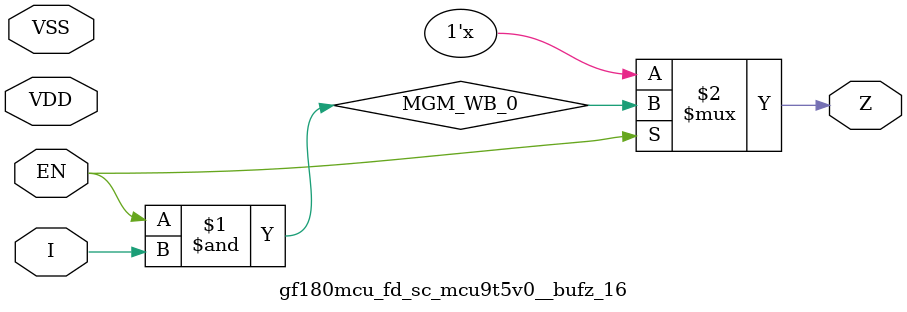
<source format=v>

module gf180mcu_fd_sc_mcu9t5v0__bufz_16( EN, I, Z, VDD, VSS );
input EN, I;
inout VDD, VSS;
output Z;

	wire MGM_WB_0;

	wire MGM_WB_1;

	and MGM_BG_0( MGM_WB_0, EN, I );

	not MGM_BG_1( MGM_WB_1, EN );

	bufif0 MGM_BG_2( Z, MGM_WB_0,MGM_WB_1 );

endmodule

</source>
